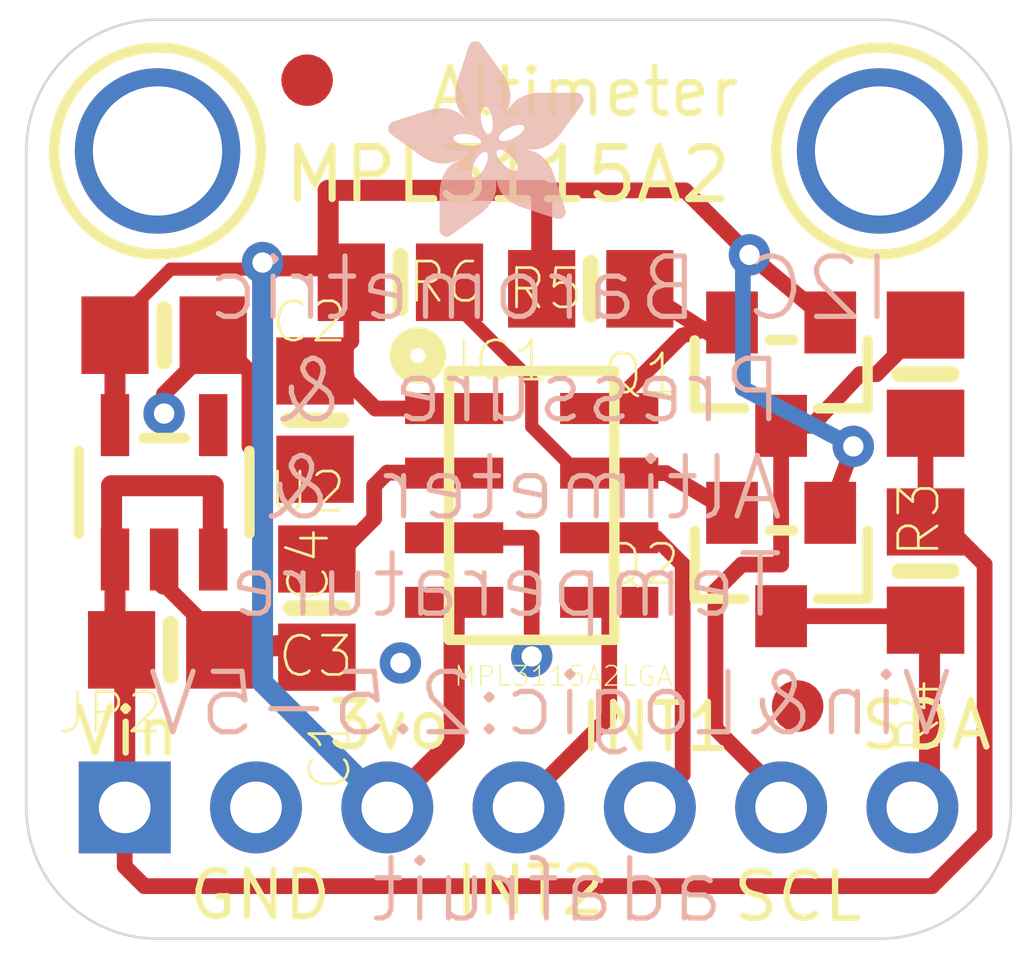
<source format=kicad_pcb>
(kicad_pcb (version 20211014) (generator pcbnew)
  (layers (0 "F.Cu" signal) (31 "B.Cu" signal) (34 "B.Paste" user) (35 "F.Paste" user) (36 "B.SilkS" user "B.Silkscreen") (37 "F.SilkS" user "F.Silkscreen") (38 "B.Mask" user) (39 "F.Mask" user) (44 "Edge.Cuts" user))
  (net 0 "")
  (net 1 "GND")
  (net 2 "CAP")
  (net 3 "INT2")
  (net 4 "INT1")
  (net 5 "SDA_3.3V")
  (net 6 "SCL_3.3V")
  (net 7 "SDA_5.0V")
  (net 8 "SCL_5.0V")
  (net 9 "+3V3")
  (net 10 "+5V")
  (footprint "MPL3115A2_v0.2:0805-NO" (layer "F.Cu") (at 141.7701 108.3056)
    (fp_text reference "C3" (at 2.032 0.127) (layer "F.SilkS") (effects (font (size 0.75948 0.75948) (thickness 0.05332)) (justify left)))
    (fp_text value "10uF")
    (pad "1" smd rect (at -0.95 0) (size 1.3 1.5) (layers "F.Cu" "F.Paste" "F.Mask") (net 10 "+5V"))
    (pad "2" smd rect (at 0.95 0) (size 1.3 1.5) (layers "F.Cu" "F.Paste" "F.Mask") (net 1 "GND"))
  )
  (footprint "MPL3115A2_v0.2:0805-NO" (layer "F.Cu") (at 144.5991 107.4976 -90)
    (fp_text reference "C1" (at 2.032 -0.254 90) (layer "F.SilkS") (effects (font (size 0.75948 0.75948) (thickness 0.05332)) (justify right)))
    (fp_text value "0.1µF")
    (pad "1" smd rect (at -0.95 0 270) (size 1.3 1.5) (layers "F.Cu" "F.Paste" "F.Mask") (net 2 "CAP"))
    (pad "2" smd rect (at 0.95 0 270) (size 1.3 1.5) (layers "F.Cu" "F.Paste" "F.Mask") (net 1 "GND"))
  )
  (footprint "MPL3115A2_v0.2:0805-NO" (layer "F.Cu") (at 146.2151 101.1936)
    (fp_text reference "R5" (at 2.032 0.127) (layer "F.SilkS") (effects (font (size 0.75948 0.75948) (thickness 0.05332)) (justify left)))
    (fp_text value "10K")
    (pad "1" smd rect (at -0.95 0) (size 1.3 1.5) (layers "F.Cu" "F.Paste" "F.Mask") (net 9 "+3V3"))
    (pad "2" smd rect (at 0.95 0) (size 1.3 1.5) (layers "F.Cu" "F.Paste" "F.Mask") (net 5 "SDA_3.3V"))
  )
  (footprint "MPL3115A2_v0.2:0805-NO" (layer "F.Cu") (at 141.6431 102.2176)
    (fp_text reference "C2" (at 2.032 -0.254) (layer "F.SilkS") (effects (font (size 0.75948 0.75948) (thickness 0.05332)) (justify left)))
    (fp_text value "0.1µF")
    (pad "1" smd rect (at -0.95 0) (size 1.3 1.5) (layers "F.Cu" "F.Paste" "F.Mask") (net 9 "+3V3"))
    (pad "2" smd rect (at 0.95 0) (size 1.3 1.5) (layers "F.Cu" "F.Paste" "F.Mask") (net 1 "GND"))
  )
  (footprint "MPL3115A2_v0.2:FIDUCIAL_1MM" (layer "F.Cu") (at 144.4101 97.2836)
    (fp_text reference "FID2" hide)
    (fp_text value "FIDUCIAL\"\"" hide)
    (pad "1" smd roundrect (at 0 0) (size 1 1) (layers "F.Cu" "F.Mask") (roundrect_rratio 0.5))
  )
  (footprint "MPL3115A2_v0.2:SOT23-WIDE" (layer "F.Cu") (at 153.5811 106.6546 180)
    (fp_text reference "Q2" (at 1.905 0) (layer "F.SilkS") (effects (font (size 0.75948 0.75948) (thickness 0.05332)) (justify right)))
    (fp_text value "BSS138")
    (pad "1" smd rect (at -0.95 1 180) (size 1 1.2) (layers "F.Cu" "F.Paste" "F.Mask") (net 9 "+3V3"))
    (pad "2" smd rect (at 0.95 1 180) (size 1 1.2) (layers "F.Cu" "F.Paste" "F.Mask") (net 5 "SDA_3.3V"))
    (pad "3" smd rect (at 0 -1 180) (size 1 1.2) (layers "F.Cu" "F.Paste" "F.Mask") (net 7 "SDA_5.0V"))
  )
  (footprint "MPL3115A2_v0.2:SOT23-WIDE" (layer "F.Cu") (at 153.5811 102.9716 180)
    (fp_text reference "Q1" (at 1.905 0) (layer "F.SilkS") (effects (font (size 0.75948 0.75948) (thickness 0.05332)) (justify right)))
    (fp_text value "BSS138")
    (pad "1" smd rect (at -0.95 1 180) (size 1 1.2) (layers "F.Cu" "F.Paste" "F.Mask") (net 9 "+3V3"))
    (pad "2" smd rect (at 0.95 1 180) (size 1 1.2) (layers "F.Cu" "F.Paste" "F.Mask") (net 6 "SCL_3.3V"))
    (pad "3" smd rect (at 0 -1 180) (size 1 1.2) (layers "F.Cu" "F.Paste" "F.Mask") (net 8 "SCL_5.0V"))
  )
  (footprint "MPL3115A2_v0.2:0805-NO" (layer "F.Cu") (at 149.8981 101.3206 180)
    (fp_text reference "R6" (at 2.032 0.127) (layer "F.SilkS") (effects (font (size 0.75948 0.75948) (thickness 0.05332)) (justify right)))
    (fp_text value "10K")
    (pad "1" smd rect (at -0.95 0 180) (size 1.3 1.5) (layers "F.Cu" "F.Paste" "F.Mask") (net 6 "SCL_3.3V"))
    (pad "2" smd rect (at 0.95 0 180) (size 1.3 1.5) (layers "F.Cu" "F.Paste" "F.Mask") (net 9 "+3V3"))
  )
  (footprint "MPL3115A2_v0.2:0805-NO" (layer "F.Cu") (at 156.3751 106.7816 -90)
    (fp_text reference "R4" (at 2.032 0.127 90) (layer "F.SilkS") (effects (font (size 0.75948 0.75948) (thickness 0.05332)) (justify right)))
    (fp_text value "10K")
    (pad "1" smd rect (at -0.95 0 270) (size 1.3 1.5) (layers "F.Cu" "F.Paste" "F.Mask") (net 10 "+5V"))
    (pad "2" smd rect (at 0.95 0 270) (size 1.3 1.5) (layers "F.Cu" "F.Paste" "F.Mask") (net 7 "SDA_5.0V"))
  )
  (footprint "MPL3115A2_v0.2:FIDUCIAL_1MM" (layer "F.Cu") (at 153.9011 109.3936)
    (fp_text reference "FID1" hide)
    (fp_text value "FIDUCIAL\"\"" hide)
    (pad "1" smd roundrect (at 0 0) (size 1 1) (layers "F.Cu" "F.Mask") (roundrect_rratio 0.5))
  )
  (footprint "MPL3115A2_v0.2:0805-NO" (layer "F.Cu") (at 156.3751 102.9716 -90)
    (fp_text reference "R3" (at 2.032 0.127 90) (layer "F.SilkS") (effects (font (size 0.75948 0.75948) (thickness 0.05332)) (justify right)))
    (fp_text value "10K")
    (pad "1" smd rect (at -0.95 0 270) (size 1.3 1.5) (layers "F.Cu" "F.Paste" "F.Mask") (net 8 "SCL_5.0V"))
    (pad "2" smd rect (at 0.95 0 270) (size 1.3 1.5) (layers "F.Cu" "F.Paste" "F.Mask") (net 10 "+5V"))
  )
  (footprint "MPL3115A2_v0.2:MOUNTINGHOLE_2.5_PLATED" (layer "F.Cu") (at 141.5161 98.6536)
    (fp_text reference "U$8" hide)
    (fp_text value "MOUNTINGHOLE2.5" hide)
    (pad "P$1" thru_hole circle (at 0 0) (size 3.2 3.2) (drill 2.5) (layers *.Cu *.Mask))
  )
  (footprint "MPL3115A2_v0.2:SOT23-5" (layer "F.Cu") (at 141.6431 105.2576)
    (fp_text reference "U2" (at 1.978 0) (layer "F.SilkS") (effects (font (size 0.75948 0.75948) (thickness 0.05332)) (justify left)))
    (fp_text value "MIC5225-3.3")
    (pad "1" smd rect (at -0.95 1.3001) (size 0.55 1.2) (layers "F.Cu" "F.Paste" "F.Mask") (net 10 "+5V"))
    (pad "2" smd rect (at 0 1.3001) (size 0.55 1.2) (layers "F.Cu" "F.Paste" "F.Mask") (net 1 "GND"))
    (pad "3" smd rect (at 0.95 1.3001) (size 0.55 1.2) (layers "F.Cu" "F.Paste" "F.Mask") (net 10 "+5V"))
    (pad "4" smd rect (at 0.95 -1.3001) (size 0.55 1.2) (layers "F.Cu" "F.Paste" "F.Mask"))
    (pad "5" smd rect (at -0.95 -1.3001) (size 0.55 1.2) (layers "F.Cu" "F.Paste" "F.Mask") (net 9 "+3V3"))
  )
  (footprint "MPL3115A2_v0.2:0805-NO" (layer "F.Cu") (at 144.5641 103.8606 -90)
    (fp_text reference "C4" (at 2.032 0.127 90) (layer "F.SilkS") (effects (font (size 0.75948 0.75948) (thickness 0.05332)) (justify right)))
    (fp_text value "10uF")
    (pad "1" smd rect (at -0.95 0 270) (size 1.3 1.5) (layers "F.Cu" "F.Paste" "F.Mask") (net 9 "+3V3"))
    (pad "2" smd rect (at 0.95 0 270) (size 1.3 1.5) (layers "F.Cu" "F.Paste" "F.Mask") (net 1 "GND"))
  )
  (footprint "MPL3115A2_v0.2:1X07_ROUND_70" (layer "F.Cu") (at 148.5011 111.3536)
    (fp_text reference "JP2" (at -8.9662 -1.8288) (layer "F.SilkS") (effects (font (size 0.75948 0.75948) (thickness 0.05332)) (justify left)))
    (fp_text value "")
    (pad "1" thru_hole rect (at -7.62 0 90) (size 1.778 1.778) (drill 1) (layers *.Cu *.Mask) (net 10 "+5V"))
    (pad "2" thru_hole circle (at -5.08 0 90) (size 1.778 1.778) (drill 1) (layers *.Cu *.Mask) (net 1 "GND"))
    (pad "3" thru_hole circle (at -2.54 0 90) (size 1.778 1.778) (drill 1) (layers *.Cu *.Mask) (net 9 "+3V3"))
    (pad "4" thru_hole circle (at 0 0 90) (size 1.778 1.778) (drill 1) (layers *.Cu *.Mask) (net 3 "INT2"))
    (pad "5" thru_hole circle (at 2.54 0 90) (size 1.778 1.778) (drill 1) (layers *.Cu *.Mask) (net 4 "INT1"))
    (pad "6" thru_hole circle (at 5.08 0 90) (size 1.778 1.778) (drill 1) (layers *.Cu *.Mask) (net 8 "SCL_5.0V"))
    (pad "7" thru_hole circle (at 7.62 0 90) (size 1.778 1.778) (drill 1) (layers *.Cu *.Mask) (net 7 "SDA_5.0V"))
  )
  (footprint "MPL3115A2_v0.2:LGA8" (layer "F.Cu") (at 148.7551 105.5116)
    (fp_text reference "IC1" (at -1.524 -2.794) (layer "F.SilkS") (effects (font (size 0.75948 0.75948) (thickness 0.05332)) (justify left)))
    (fp_text value "MPL3115A2LGA" (at -1.524 3.302) (layer "F.SilkS") (effects (font (size 0.377139 0.377139) (thickness 0.029261)) (justify left)))
    (pad "P$1" smd rect (at -1.5 -1.875) (size 1.9 0.6) (layers "F.Cu" "F.Paste" "F.Mask") (net 9 "+3V3"))
    (pad "P$2" smd rect (at -1.5 -0.625) (size 1.9 0.6) (layers "F.Cu" "F.Paste" "F.Mask") (net 2 "CAP"))
    (pad "P$3" smd rect (at -1.5 0.625) (size 1.9 0.6) (layers "F.Cu" "F.Paste" "F.Mask") (net 1 "GND"))
    (pad "P$4" smd rect (at -1.5 1.875) (size 1.9 0.6) (layers "F.Cu" "F.Paste" "F.Mask") (net 9 "+3V3"))
    (pad "P$5" smd rect (at 1.5 1.875) (size 1.9 0.6) (layers "F.Cu" "F.Paste" "F.Mask") (net 3 "INT2"))
    (pad "P$6" smd rect (at 1.5 0.625) (size 1.9 0.6) (layers "F.Cu" "F.Paste" "F.Mask") (net 4 "INT1"))
    (pad "P$7" smd rect (at 1.5 -0.625) (size 1.9 0.6) (layers "F.Cu" "F.Paste" "F.Mask") (net 5 "SDA_3.3V"))
    (pad "P$8" smd rect (at 1.5 -1.875) (size 1.9 0.6) (layers "F.Cu" "F.Paste" "F.Mask") (net 6 "SCL_3.3V"))
  )
  (footprint "MPL3115A2_v0.2:MOUNTINGHOLE_2.5_PLATED" (layer "F.Cu") (at 155.4861 98.6536)
    (fp_text reference "U$9" hide)
    (fp_text value "MOUNTINGHOLE2.5" hide)
    (pad "P$1" thru_hole circle (at 0 0) (size 3.2 3.2) (drill 2.5) (layers *.Cu *.Mask))
  )
  (footprint "MPL3115A2_v0.2:ADAFRUIT_3.5MM" (layer "B.Cu") (at 149.7761 100.3266 180)
    (fp_text reference "U$14" hide)
    (fp_text value "" hide)
  )
  (gr_arc (start 158.0261 111.3536) (mid 157.282151 113.149651) (end 155.4861 113.8936) (layer "Edge.Cuts") (width 0.05))
  (gr_line (start 158.0261 98.6536) (end 158.0261 111.3536) (layer "Edge.Cuts") (width 0.05))
  (gr_line (start 155.4861 113.8936) (end 141.5161 113.8936) (layer "Edge.Cuts") (width 0.05))
  (gr_arc (start 141.5161 113.8936) (mid 139.720049 113.149651) (end 138.9761 111.3536) (layer "Edge.Cuts") (width 0.05))
  (gr_line (start 141.5161 96.1136) (end 155.4861 96.1136) (layer "Edge.Cuts") (width 0.05))
  (gr_line (start 138.9761 111.3536) (end 138.9761 98.6536) (layer "Edge.Cuts") (width 0.05))
  (gr_arc (start 138.9761 98.6536) (mid 139.720049 96.857549) (end 141.5161 96.1136) (layer "Edge.Cuts") (width 0.05))
  (gr_arc (start 155.4861 96.1136) (mid 157.282151 96.857549) (end 158.0261 98.6536) (layer "Edge.Cuts") (width 0.05))
  (gr_text "adafruit" (at 152.5541 113.6416) (layer "B.SilkS") (effects (font (size 1.1684 1.1684) (thickness 0.1016)) (justify left bottom mirror)))
  (gr_text "I2C Barometric" (at 155.7811 102.0016) (layer "B.SilkS") (effects (font (size 1.1684 1.1684) (thickness 0.1016)) (justify left bottom mirror)))
  (gr_text "Pressure & \nAltimeter &\nTemperature" (at 153.6871 107.7436) (layer "B.SilkS") (effects (font (size 1.1684 1.1684) (thickness 0.1016)) (justify left bottom mirror)))
  (gr_text "Vin&Logic:2.5-5V" (at 156.9591 110.0376) (layer "B.SilkS") (effects (font (size 1.1684 1.1684) (thickness 0.1016)) (justify left bottom mirror)))
  (gr_text "INT1" (at 151.1411 109.7986) (layer "F.SilkS") (effects (font (size 0.89408 0.89408) (thickness 0.12192))))
  (gr_text "SDA" (at 156.3811 109.7676) (layer "F.SilkS") (effects (font (size 0.89408 0.89408) (thickness 0.12192))))
  (gr_text "Vin" (at 140.9211 109.8856) (layer "F.SilkS") (effects (font (size 0.89408 0.89408) (thickness 0.12192))))
  (gr_text "GND" (at 143.5011 113.0496) (layer "F.SilkS") (effects (font (size 0.89408 0.89408) (thickness 0.12192))))
  (gr_text "3vo" (at 146.0011 109.7586) (layer "F.SilkS") (effects (font (size 0.89408 0.89408) (thickness 0.12192))))
  (gr_text "MPL3115A2" (at 143.8941 99.7046) (layer "F.SilkS") (effects (font (size 1.00584 1.00584) (thickness 0.13716)) (justify left bottom)))
  (gr_text "INT2" (at 148.7301 112.9626) (layer "F.SilkS") (effects (font (size 0.89408 0.89408) (thickness 0.12192))))
  (gr_text "SCL" (at 153.9011 113.0806) (layer "F.SilkS") (effects (font (size 0.89408 0.89408) (thickness 0.12192))))
  (gr_text "Altimeter" (at 149.7711 97.5106) (layer "F.SilkS") (effects (font (size 0.89408 0.89408) (thickness 0.12192))))
  (segment (start 141.6431 106.5577) (end 141.6431 107.0356) (width 0.4064) (layer "F.Cu") (net 1))
  (segment (start 143.2941 102.9186) (end 143.2941 104.3686) (width 0.3048) (layer "F.Cu") (net 1))
  (segment (start 148.7551 106.1366) (end 148.7551 108.4326) (width 0.3048) (layer "F.Cu") (net 1))
  (segment (start 144.4571 108.1786) (end 144.5991 108.4476) (width 0.4064) (layer "F.Cu") (net 1))
  (segment (start 142.4051 107.7976) (end 142.4051 107.9906) (width 0.4064) (layer "F.Cu") (net 1))
  (segment (start 141.6431 107.0356) (end 142.4051 107.7976) (width 0.3048) (layer "F.Cu") (net 1))
  (segment (start 142.7201 108.3056) (end 144.4571 108.1786) (width 0.4064) (layer "F.Cu") (net 1))
  (segment (start 141.6431 103.7336) (end 141.6431 103.3526) (width 0.3048) (layer "F.Cu") (net 1))
  (segment (start 142.4051 107.9906) (end 142.7201 108.3056) (width 0.4064) (layer "F.Cu") (net 1))
  (segment (start 142.1511 102.6596) (end 142.5931 102.2176) (width 0.3048) (layer "F.Cu") (net 1))
  (segment (start 142.1511 102.8446) (end 142.1511 102.6596) (width 0.3048) (layer "F.Cu") (net 1))
  (segment (start 142.5931 102.2176) (end 143.2941 102.9186) (width 0.3048) (layer "F.Cu") (net 1))
  (segment (start 141.6431 103.3526) (end 142.1511 102.8446) (width 0.3048) (layer "F.Cu") (net 1))
  (segment (start 147.2551 106.1366) (end 148.7551 106.1366) (width 0.3048) (layer "F.Cu") (net 1))
  (segment (start 142.7941 102.2176) (end 142.5931 102.2176) (width 0.254) (layer "F.Cu") (net 1))
  (via (at 146.2151 108.5596) (size 0.8001) (drill 0.3937) (layers "F.Cu" "B.Cu") (net 1))
  (via (at 148.7551 108.4326) (size 0.8001) (drill 0.3937) (layers "F.Cu" "B.Cu") (net 1))
  (via (at 141.6431 103.7336) (size 0.8001) (drill 0.3937) (layers "F.Cu" "B.Cu") (net 1))
  (segment (start 148.7551 108.4326) (end 148.7551 108.6866) (width 0.3048) (layer "B.Cu") (net 1))
  (segment (start 146.4691 104.8766) (end 147.2451 104.8766) (width 0.254) (layer "F.Cu") (net 2))
  (segment (start 147.2451 104.8766) (end 147.2551 104.8866) (width 0.254) (layer "F.Cu") (net 2))
  (segment (start 145.9611 104.8766) (end 146.4691 104.8766) (width 0.3048) (layer "F.Cu") (net 2))
  (segment (start 144.5991 106.5476) (end 144.7981 106.5476) (width 0.254) (layer "F.Cu") (net 2))
  (segment (start 144.7981 106.5476) (end 144.9251 106.5476) (width 0.3048) (layer "F.Cu") (net 2))
  (segment (start 145.7071 105.1306) (end 145.9611 104.8766) (width 0.3048) (layer "F.Cu") (net 2))
  (segment (start 144.9251 106.5476) (end 145.7071 105.7656) (width 0.3048) (layer "F.Cu") (net 2))
  (segment (start 145.7071 105.7656) (end 145.7071 105.1306) (width 0.3048) (layer "F.Cu") (net 2))
  (segment (start 150.2551 107.3866) (end 150.2551 109.5996) (width 0.3048) (layer "F.Cu") (net 3))
  (segment (start 150.2551 109.5996) (end 148.5011 111.3536) (width 0.3048) (layer "F.Cu") (net 3))
  (segment (start 151.1581 106.1366) (end 151.6761 106.6546) (width 0.3048) (layer "F.Cu") (net 4))
  (segment (start 151.6761 110.7186) (end 151.0411 111.3536) (width 0.3048) (layer "F.Cu") (net 4))
  (segment (start 150.2551 106.1366) (end 151.1581 106.1366) (width 0.3048) (layer "F.Cu") (net 4))
  (segment (start 151.6761 106.6546) (end 151.6761 110.7186) (width 0.3048) (layer "F.Cu") (net 4))
  (segment (start 149.6541 104.8866) (end 150.2551 104.8866) (width 0.254) (layer "F.Cu") (net 5))
  (segment (start 151.3551 104.8866) (end 152.6311 105.6546) (width 0.3048) (layer "F.Cu") (net 5))
  (segment (start 150.2551 104.8866) (end 151.3551 104.8866) (width 0.3048) (layer "F.Cu") (net 5))
  (segment (start 148.7551 103.9876) (end 149.6541 104.8866) (width 0.254) (layer "F.Cu") (net 5))
  (segment (start 148.7551 103.0986) (end 148.7551 103.9876) (width 0.254) (layer "F.Cu") (net 5))
  (segment (start 146.9771 101.3206) (end 148.7551 103.0986) (width 0.254) (layer "F.Cu") (net 5))
  (segment (start 147.1651 101.1936) (end 146.9771 101.3206) (width 0.254) (layer "F.Cu") (net 5))
  (segment (start 151.6661 102.2256) (end 152.6311 101.9716) (width 0.3048) (layer "F.Cu") (net 6))
  (segment (start 150.8481 101.3206) (end 152.2611 102.2256) (width 0.3048) (layer "F.Cu") (net 6))
  (segment (start 150.2551 103.6366) (end 151.6661 102.2256) (width 0.3048) (layer "F.Cu") (net 6))
  (segment (start 152.2611 102.2256) (end 152.6311 101.9716) (width 0.3048) (layer "F.Cu") (net 6))
  (segment (start 156.4521 107.6546) (end 156.3751 107.7316) (width 0.3048) (layer "F.Cu") (net 7))
  (segment (start 156.4521 111.0226) (end 156.1211 111.3536) (width 0.4064) (layer "F.Cu") (net 7))
  (segment (start 153.5811 107.6546) (end 156.4521 107.6546) (width 0.3048) (layer "F.Cu") (net 7))
  (segment (start 156.4521 107.6546) (end 156.4521 111.0226) (width 0.4064) (layer "F.Cu") (net 7))
  (segment (start 152.3111 109.8296) (end 153.7081 111.2266) (width 0.3048) (layer "F.Cu") (net 8))
  (segment (start 153.5811 106.6546) (end 152.8191 106.6546) (width 0.3048) (layer "F.Cu") (net 8))
  (segment (start 155.4251 102.9716) (end 156.3751 102.0216) (width 0.3048) (layer "F.Cu") (net 8))
  (segment (start 152.3111 107.1626) (end 152.3111 109.8296) (width 0.3048) (layer "F.Cu") (net 8))
  (segment (start 154.1711 103.9716) (end 155.1051 102.9716) (width 0.3048) (layer "F.Cu") (net 8))
  (segment (start 155.1051 102.9716) (end 155.4251 102.9716) (width 0.3048) (layer "F.Cu") (net 8))
  (segment (start 152.8191 106.6546) (end 152.3111 107.1626) (width 0.3048) (layer "F.Cu") (net 8))
  (segment (start 153.5811 103.9716) (end 153.5811 106.6546) (width 0.3048) (layer "F.Cu") (net 8))
  (segment (start 153.5811 103.9716) (end 154.1711 103.9716) (width 0.3048) (layer "F.Cu") (net 8))
  (segment (start 153.7081 111.2266) (end 153.5811 111.3536) (width 0.3048) (layer "F.Cu") (net 8))
  (segment (start 144.8181 100.6856) (end 145.2651 101.1936) (width 0.4064) (layer "F.Cu") (net 9))
  (segment (start 140.6931 102.2176) (end 140.6931 103.9575) (width 0.4064) (layer "F.Cu") (net 9))
  (segment (start 152.9686 100.6631) (end 151.7211 99.4156) (width 0.3048) (layer "F.Cu") (net 9))
  (segment (start 148.9481 99.4156) (end 144.8181 99.4156) (width 0.4064) (layer "F.Cu") (net 9))
  (segment (start 143.9291 100.9396) (end 144.7546 100.8761) (width 0.254) (layer "F.Cu") (net 9))
  (segment (start 147.2551 110.0596) (end 147.2551 107.3866) (width 0.4064) (layer "F.Cu") (net 9))
  (segment (start 144.7546 100.8761) (end 145.3261 100.8126) (width 0.254) (layer "F.Cu") (net 9))
  (segment (start 145.2651 102.3366) (end 144.5641 102.9106) (width 0.3048) (layer "F.Cu") (net 9))
  (segment (start 154.5311 105.5776) (end 154.9781 104.3686) (width 0.3048) (layer "F.Cu") (net 9))
  (segment (start 145.2651 101.1936) (end 145.2651 102.3366) (width 0.3048) (layer "F.Cu") (net 9))
  (segment (start 143.5481 100.8761) (end 144.7546 100.8761) (width 0.4064) (layer "F.Cu") (net 9))
  (segment (start 145.3261 100.8126) (end 145.2651 101.1936) (width 0.254) (layer "F.Cu") (net 9))
  (segment (start 148.9481 101.3206) (end 148.9481 99.4156) (width 0.4064) (layer "F.Cu") (net 9))
  (segment (start 140.6931 102.2176) (end 140.6931 102.0166) (width 0.254) (layer "F.Cu") (net 9))
  (segment (start 154.5311 101.9716) (end 152.9686 100.6631) (width 0.3048) (layer "F.Cu") (net 9))
  (segment (start 151.7211 99.4156) (end 148.9481 99.4156) (width 0.3048) (layer "F.Cu") (net 9))
  (segment (start 154.5311 105.6546) (end 154.5311 105.5776) (width 0.3048) (layer "F.Cu") (net 9))
  (segment (start 147.2551 110.0596) (end 145.9611 111.3536) (width 0.4064) (layer "F.Cu") (net 9))
  (segment (start 145.1321 103.0376) (end 144.5641 102.9106) (width 0.4064) (layer "F.Cu") (net 9))
  (segment (start 140.6931 102.0166) (end 141.7701 100.9396) (width 0.254) (layer "F.Cu") (net 9))
  (segment (start 147.2551 103.6366) (end 145.7311 103.6366) (width 0.3048) (layer "F.Cu") (net 9))
  (segment (start 144.8181 99.4156) (end 144.8181 100.6856) (width 0.4064) (layer "F.Cu") (net 9))
  (segment (start 143.5481 100.8126) (end 143.5481 100.8761) (width 0.4064) (layer "F.Cu") (net 9))
  (segment (start 145.7311 103.6366) (end 145.1321 103.0376) (width 0.3048) (layer "F.Cu") (net 9))
  (segment (start 141.7701 100.9396) (end 143.9291 100.9396) (width 0.254) (layer "F.Cu") (net 9))
  (via (at 152.9686 100.6631) (size 0.8001) (drill 0.3937) (layers "F.Cu" "B.Cu") (net 9))
  (via (at 154.9781 104.3686) (size 0.8001) (drill 0.3937) (layers "F.Cu" "B.Cu") (net 9))
  (via (at 143.5481 100.8126) (size 0.8001) (drill 0.3937) (layers "F.Cu" "B.Cu") (net 9))
  (segment (start 152.8416 103.2481) (end 152.8416 100.5361) (width 0.3048) (layer "B.Cu") (net 9))
  (segment (start 152.8416 100.5361) (end 152.9686 100.6631) (width 0.3048) (layer "B.Cu") (net 9))
  (segment (start 154.9781 104.3686) (end 152.8416 103.2481) (width 0.3048) (layer "B.Cu") (net 9))
  (segment (start 143.5481 108.9406) (end 143.5481 100.8126) (width 0.4064) (layer "B.Cu") (net 9))
  (segment (start 143.5481 108.9406) (end 145.9611 111.3536) (width 0.4064) (layer "B.Cu") (net 9))
  (segment (start 140.6931 107.7976) (end 140.6931 106.5577) (width 0.4064) (layer "F.Cu") (net 10))
  (segment (start 157.5181 111.8616) (end 156.5021 112.8776) (width 0.3048) (layer "F.Cu") (net 10))
  (segment (start 140.6271 106.1767) (end 140.6931 106.5577) (width 0.4064) (layer "F.Cu") (net 10))
  (segment (start 156.7561 105.8926) (end 157.5181 106.6546) (width 0.3048) (layer "F.Cu") (net 10))
  (segment (start 142.5931 106.5577) (end 142.5931 105.1306) (width 0.4064) (layer "F.Cu") (net 10))
  (segment (start 141.2621 112.8776) (end 140.8811 112.4966) (width 0.3048) (layer "F.Cu") (net 10))
  (segment (start 140.8201 108.3056) (end 140.6931 107.7976) (width 0.4064) (layer "F.Cu") (net 10))
  (segment (start 140.8811 107.9856) (end 140.8201 108.3056) (width 0.4064) (layer "F.Cu") (net 10))
  (segment (start 140.8811 112.4966) (end 140.8811 110.8456) (width 0.3048) (layer "F.Cu") (net 10))
  (segment (start 156.3751 103.9216) (end 156.3751 105.8316) (width 0.3048) (layer "F.Cu") (net 10))
  (segment (start 140.6271 105.1306) (end 140.6271 106.1767) (width 0.4064) (layer "F.Cu") (net 10))
  (segment (start 140.8811 110.8456) (end 140.8811 107.9856) (width 0.4064) (layer "F.Cu") (net 10))
  (segment (start 156.3751 105.8316) (end 156.7561 105.8926) (width 0.3048) (layer "F.Cu") (net 10))
  (segment (start 140.8811 111.3536) (end 140.8811 110.8456) (width 0.4064) (layer "F.Cu") (net 10))
  (segment (start 156.5021 112.8776) (end 141.2621 112.8776) (width 0.3048) (layer "F.Cu") (net 10))
  (segment (start 157.5181 106.6546) (end 157.5181 111.8616) (width 0.3048) (layer "F.Cu") (net 10))
  (segment (start 142.5931 105.1306) (end 140.6271 105.1306) (width 0.4064) (layer "F.Cu") (net 10))
)
</source>
